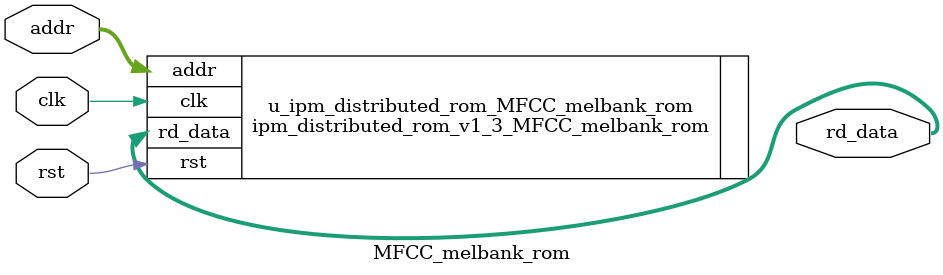
<source format=v>


`timescale 1 ns / 1 ps
module MFCC_melbank_rom
    (
     addr        ,
     rst         ,
     clk         ,
     rd_data
    );

    localparam ADDR_WIDTH = 9 ; //@IPC int 4,10

    localparam DATA_WIDTH = 8 ; //@IPC int 1,256

    localparam RST_TYPE = "ASYNC" ; //@IPC enum ASYNC,SYNC

    localparam OUT_REG = 0 ; //@IPC bool

    localparam INIT_ENABLE = 1 ; //@IPC bool

    localparam INIT_FILE = "D:/PDS_FPGA/Audio_test/ipcore/MFCC_melbank_rom/rtl/init_param_bin_exmp_MFCC_melbank_rom.dat" ; //@IPC string

    localparam FILE_FORMAT = "BIN" ; //@IPC enum BIN,HEX


     output   wire  [DATA_WIDTH-1:0]       rd_data ;
     input    wire  [ADDR_WIDTH-1:0]       addr    ;
     input                                 clk     ;
     input                                 rst     ;

ipm_distributed_rom_v1_3_MFCC_melbank_rom
   #(
     .ADDR_WIDTH    (ADDR_WIDTH     ), //address width   range:4-10
     .DATA_WIDTH    (DATA_WIDTH     ), //data width      range:4-256
     .RST_TYPE      (RST_TYPE       ), //reset type   "ASYNC_RESET" "SYNC_RESET"
     .OUT_REG       (OUT_REG        ), //output options :non_register(0)  register(1)
     .INIT_FILE     (INIT_FILE      ), //legal value:"NONE" or "initial file name"
     .FILE_FORMAT   (FILE_FORMAT    )  //initial data format : "bin" or "hex"
    )u_ipm_distributed_rom_MFCC_melbank_rom
    (
     .rd_data       (rd_data        ),
     .addr          (addr           ),
     .clk           (clk            ),
     .rst           (rst            )

    );
endmodule

</source>
